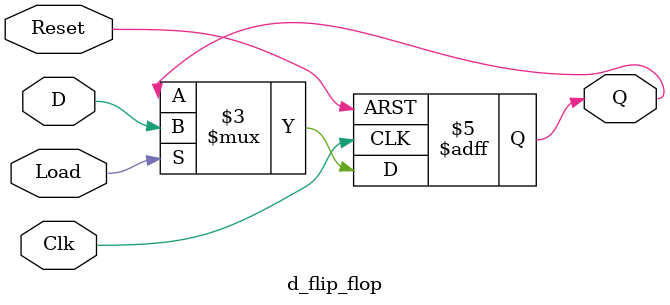
<source format=sv>
module d_flip_flop 
(
        input  Clk,
        input  Load,
        input  Reset,
        input  D,
        output logic Q
);

// rising edge or reset high
always_ff @ (posedge Clk or posedge Reset) begin
		
		  // next state back to zero
        if(Reset)
            Q <= 1'b0;
        else begin // load next state D if Load high, otherwise keep current state Q
				if(Load)	
					Q <= D;
				else
					Q <= Q;
		  end
end

endmodule

</source>
